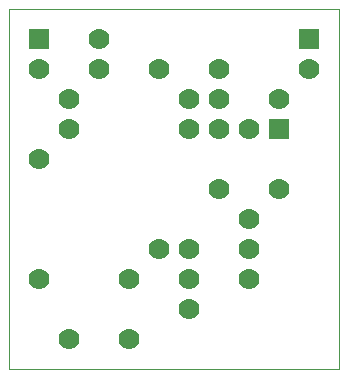
<source format=gtl>
G75*
%MOIN*%
%OFA0B0*%
%FSLAX25Y25*%
%IPPOS*%
%LPD*%
%AMOC8*
5,1,8,0,0,1.08239X$1,22.5*
%
%ADD10C,0.00472*%
%ADD11R,0.07000X0.07000*%
%ADD12C,0.07000*%
D10*
X0001236Y0001236D02*
X0001236Y0121236D01*
X0111236Y0121236D01*
X0111236Y0001236D01*
X0001236Y0001236D01*
D11*
X0091236Y0081236D03*
X0101236Y0111236D03*
X0011236Y0111236D03*
D12*
X0011236Y0101236D03*
X0021236Y0091236D03*
X0021236Y0081236D03*
X0011236Y0071236D03*
X0031236Y0101236D03*
X0031236Y0111236D03*
X0051236Y0101236D03*
X0061236Y0091236D03*
X0061236Y0081236D03*
X0071236Y0081236D03*
X0071236Y0091236D03*
X0071236Y0101236D03*
X0081236Y0081236D03*
X0091236Y0091236D03*
X0101236Y0101236D03*
X0091236Y0061236D03*
X0081236Y0051236D03*
X0081236Y0041236D03*
X0081236Y0031236D03*
X0061236Y0031236D03*
X0061236Y0021236D03*
X0061236Y0041236D03*
X0051236Y0041236D03*
X0041236Y0031236D03*
X0041236Y0011236D03*
X0021236Y0011236D03*
X0011236Y0031236D03*
X0071236Y0061236D03*
M02*

</source>
